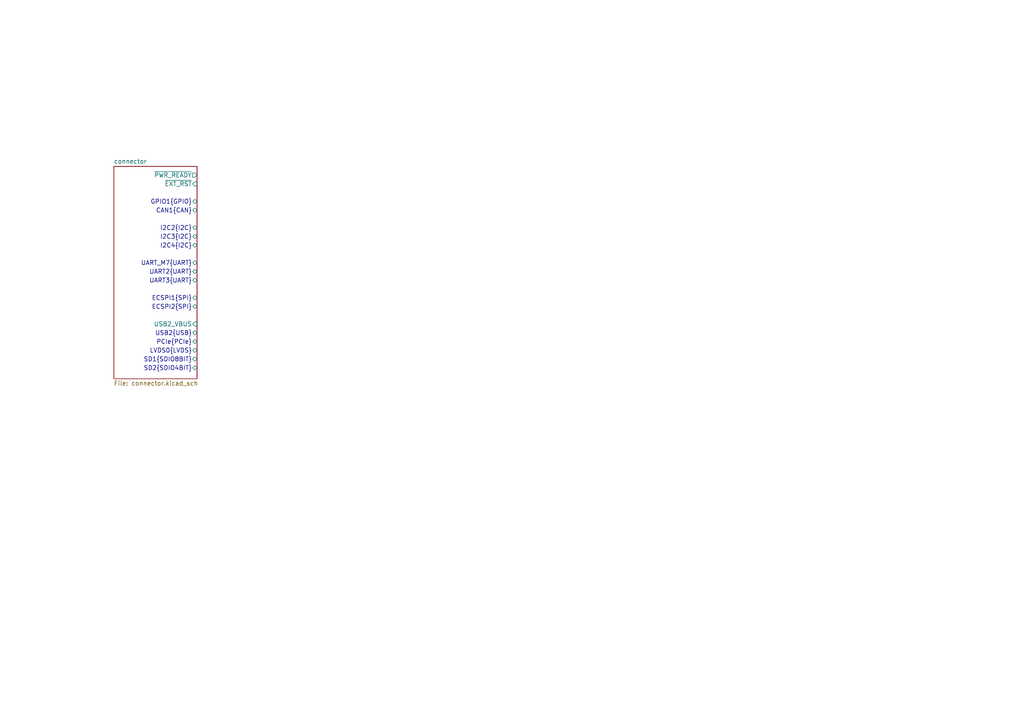
<source format=kicad_sch>
(kicad_sch
	(version 20250114)
	(generator "eeschema")
	(generator_version "9.0")
	(uuid "b4f1f37e-a40e-4754-9526-3b5057cd37da")
	(paper "A4")
	(lib_symbols)
	(sheet
		(at 33.02 48.26)
		(size 24.13 61.595)
		(exclude_from_sim no)
		(in_bom yes)
		(on_board yes)
		(dnp no)
		(fields_autoplaced yes)
		(stroke
			(width 0.1524)
			(type solid)
		)
		(fill
			(color 0 0 0 0.0000)
		)
		(uuid "45ac03a1-2fa7-4648-8a29-efec8399af67")
		(property "Sheetname" "connector"
			(at 33.02 47.5484 0)
			(effects
				(font
					(size 1.27 1.27)
				)
				(justify left bottom)
			)
		)
		(property "Sheetfile" "connector.kicad_sch"
			(at 33.02 110.4396 0)
			(effects
				(font
					(size 1.27 1.27)
				)
				(justify left top)
			)
		)
		(pin "SD2{SDIO4BIT}" bidirectional
			(at 57.15 106.68 0)
			(uuid "de8c75e4-721d-4d66-a640-8e2eee804552")
			(effects
				(font
					(size 1.27 1.27)
				)
				(justify right)
			)
		)
		(pin "CAN1{CAN}" bidirectional
			(at 57.15 60.96 0)
			(uuid "76f8ed7c-3d69-41ad-a727-a42156349cc8")
			(effects
				(font
					(size 1.27 1.27)
				)
				(justify right)
			)
		)
		(pin "LVDS0{LVDS}" bidirectional
			(at 57.15 101.6 0)
			(uuid "3b85d9e2-a22b-437f-b965-3e66689e7a04")
			(effects
				(font
					(size 1.27 1.27)
				)
				(justify right)
			)
		)
		(pin "ECSPI2{SPI}" bidirectional
			(at 57.15 88.9 0)
			(uuid "2a7b5838-e073-409b-824a-fd2ab3217304")
			(effects
				(font
					(size 1.27 1.27)
				)
				(justify right)
			)
		)
		(pin "ECSPI1{SPI}" bidirectional
			(at 57.15 86.36 0)
			(uuid "1f0fc1ee-97ef-4a3c-84f5-4ecf94c34bad")
			(effects
				(font
					(size 1.27 1.27)
				)
				(justify right)
			)
		)
		(pin "SD1{SDIO8BIT}" bidirectional
			(at 57.15 104.14 0)
			(uuid "7d9742c2-c233-4b19-b836-7ba8acc02f2f")
			(effects
				(font
					(size 1.27 1.27)
				)
				(justify right)
			)
		)
		(pin "~{PWR_READY}" output
			(at 57.15 50.8 0)
			(uuid "31eaa618-d455-48ac-997d-ac7657cc611e")
			(effects
				(font
					(size 1.27 1.27)
				)
				(justify right)
			)
		)
		(pin "PCIe{PCIe}" bidirectional
			(at 57.15 99.06 0)
			(uuid "43b20e57-9e06-4f75-bd38-6a20d404e55c")
			(effects
				(font
					(size 1.27 1.27)
				)
				(justify right)
			)
		)
		(pin "I2C4{I2C}" bidirectional
			(at 57.15 71.12 0)
			(uuid "fd4560fd-2557-4471-b7d6-37971475a6c8")
			(effects
				(font
					(size 1.27 1.27)
				)
				(justify right)
			)
		)
		(pin "GPIO1{GPIO}" bidirectional
			(at 57.15 58.42 0)
			(uuid "d4adf1f2-bf8c-4f88-a8cb-e3c0edfcd82c")
			(effects
				(font
					(size 1.27 1.27)
				)
				(justify right)
			)
		)
		(pin "USB2{USB}" bidirectional
			(at 57.15 96.52 0)
			(uuid "3b3bbe68-ece9-4e0b-949a-42dccbf2701f")
			(effects
				(font
					(size 1.27 1.27)
				)
				(justify right)
			)
		)
		(pin "~{EXT_RST}" input
			(at 57.15 53.34 0)
			(uuid "af5fdc74-40ed-4990-8f1c-dbc0f812b747")
			(effects
				(font
					(size 1.27 1.27)
				)
				(justify right)
			)
		)
		(pin "USB2_VBUS" input
			(at 57.15 93.98 0)
			(uuid "4b92ea88-0439-4e06-8b50-822764c3d89e")
			(effects
				(font
					(size 1.27 1.27)
				)
				(justify right)
			)
		)
		(pin "UART2{UART}" bidirectional
			(at 57.15 78.74 0)
			(uuid "bab05c38-69cb-4085-83bd-36d87cc65b0b")
			(effects
				(font
					(size 1.27 1.27)
				)
				(justify right)
			)
		)
		(pin "I2C3{I2C}" bidirectional
			(at 57.15 68.58 0)
			(uuid "6f2c7ba4-2121-4c82-b06f-64a555728a43")
			(effects
				(font
					(size 1.27 1.27)
				)
				(justify right)
			)
		)
		(pin "I2C2{I2C}" bidirectional
			(at 57.15 66.04 0)
			(uuid "3c44002d-65bd-4736-a6a4-87bd007f44c3")
			(effects
				(font
					(size 1.27 1.27)
				)
				(justify right)
			)
		)
		(pin "UART3{UART}" bidirectional
			(at 57.15 81.28 0)
			(uuid "e60785a1-929f-4afe-a49d-0b5010454ce5")
			(effects
				(font
					(size 1.27 1.27)
				)
				(justify right)
			)
		)
		(pin "UART_M7{UART}" bidirectional
			(at 57.15 76.2 0)
			(uuid "ffb246fd-3246-4456-954a-f0789cb260fc")
			(effects
				(font
					(size 1.27 1.27)
				)
				(justify right)
			)
		)
		(instances
			(project "extension-template"
				(path "/b4f1f37e-a40e-4754-9526-3b5057cd37da"
					(page "2")
				)
			)
		)
	)
	(sheet_instances
		(path "/"
			(page "1")
		)
	)
	(embedded_fonts no)
)

</source>
